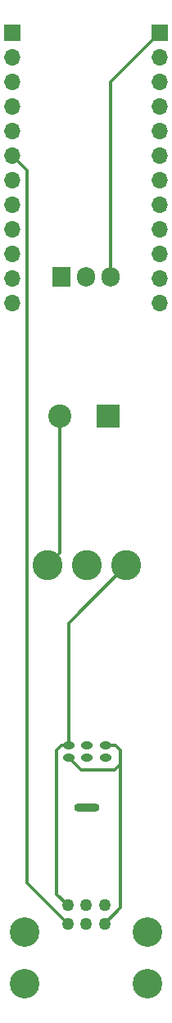
<source format=gbr>
%TF.GenerationSoftware,KiCad,Pcbnew,8.0.3*%
%TF.CreationDate,2024-06-28T16:48:33+02:00*%
%TF.ProjectId,pro micro nintendo adapter,70726f20-6d69-4637-926f-206e696e7465,rev?*%
%TF.SameCoordinates,Original*%
%TF.FileFunction,Copper,L2,Bot*%
%TF.FilePolarity,Positive*%
%FSLAX46Y46*%
G04 Gerber Fmt 4.6, Leading zero omitted, Abs format (unit mm)*
G04 Created by KiCad (PCBNEW 8.0.3) date 2024-06-28 16:48:33*
%MOMM*%
%LPD*%
G01*
G04 APERTURE LIST*
%TA.AperFunction,ComponentPad*%
%ADD10O,2.650000X0.850000*%
%TD*%
%TA.AperFunction,ComponentPad*%
%ADD11O,1.200000X0.800000*%
%TD*%
%TA.AperFunction,ComponentPad*%
%ADD12R,1.700000X1.700000*%
%TD*%
%TA.AperFunction,ComponentPad*%
%ADD13O,1.700000X1.700000*%
%TD*%
%TA.AperFunction,ComponentPad*%
%ADD14C,3.100000*%
%TD*%
%TA.AperFunction,ComponentPad*%
%ADD15R,2.400000X2.400000*%
%TD*%
%TA.AperFunction,ComponentPad*%
%ADD16C,2.400000*%
%TD*%
%TA.AperFunction,ComponentPad*%
%ADD17C,3.048000*%
%TD*%
%TA.AperFunction,ComponentPad*%
%ADD18C,1.270000*%
%TD*%
%TA.AperFunction,ComponentPad*%
%ADD19R,1.905000X2.000000*%
%TD*%
%TA.AperFunction,ComponentPad*%
%ADD20O,1.905000X2.000000*%
%TD*%
%TA.AperFunction,Conductor*%
%ADD21C,0.300000*%
%TD*%
G04 APERTURE END LIST*
D10*
%TO.P,U3,*%
%TO.N,*%
X131662000Y-127797000D03*
D11*
%TO.P,U3,1,5v*%
%TO.N,unconnected-(U3-5v-Pad1)*%
X133572000Y-122682000D03*
%TO.P,U3,2,DATA*%
%TO.N,Net-(U1-7)*%
X131662000Y-122682000D03*
%TO.P,U3,3,GND*%
%TO.N,Net-(3v3_regulator1-GND)*%
X129752000Y-122682000D03*
%TO.P,U3,4,GND*%
X133572000Y-121412000D03*
%TO.P,U3,5,NC*%
%TO.N,unconnected-(U3-NC-Pad5)*%
X131662000Y-121412000D03*
%TO.P,U3,6,3.3v*%
%TO.N,Net-(3v3_regulator1-VO)*%
X129752000Y-121412000D03*
%TD*%
D12*
%TO.P,U1,1,TX*%
%TO.N,unconnected-(U1-TX-Pad1)*%
X123952000Y-47713400D03*
D13*
%TO.P,U1,2,RX*%
%TO.N,unconnected-(U1-RX-Pad2)*%
X123952000Y-50253400D03*
%TO.P,U1,3,GND*%
%TO.N,unconnected-(U1-GND-Pad3)*%
X123952000Y-52793400D03*
%TO.P,U1,4,GND*%
%TO.N,unconnected-(U1-GND-Pad4)*%
X123952000Y-55333400D03*
%TO.P,U1,5,SDA*%
%TO.N,Net-(U1-SDA)*%
X123952000Y-57873400D03*
%TO.P,U1,6,SCL*%
%TO.N,Net-(U1-SCL)*%
X123952000Y-60413400D03*
%TO.P,U1,7,A6*%
%TO.N,unconnected-(U1-A6-Pad7)*%
X123952000Y-62953400D03*
%TO.P,U1,8,5*%
%TO.N,Net-(N64_controller1-DATA)*%
X123952000Y-65493400D03*
%TO.P,U1,9,A7*%
%TO.N,unconnected-(U1-A7-Pad9)*%
X123952000Y-68033400D03*
%TO.P,U1,10,7*%
%TO.N,Net-(U1-7)*%
X123952000Y-70573400D03*
%TO.P,U1,11,A8*%
%TO.N,unconnected-(U1-A8-Pad11)*%
X123952000Y-73113400D03*
%TO.P,U1,12,A9*%
%TO.N,unconnected-(U1-A9-Pad12)*%
X123952000Y-75653400D03*
D12*
%TO.P,U1,13,RAW*%
%TO.N,Net-(3v3_regulator1-VI)*%
X139192000Y-47713400D03*
D13*
%TO.P,U1,14,GND*%
%TO.N,Net-(3v3_regulator1-GND)*%
X139192000Y-50253400D03*
%TO.P,U1,15,RST*%
%TO.N,unconnected-(U1-RST-Pad15)*%
X139192000Y-52793400D03*
%TO.P,U1,16,VCC*%
%TO.N,unconnected-(U1-VCC-Pad16)*%
X139192000Y-55333400D03*
%TO.P,U1,17,A3*%
%TO.N,unconnected-(U1-A3-Pad17)*%
X139192000Y-57873400D03*
%TO.P,U1,18,A2*%
%TO.N,unconnected-(U1-A2-Pad18)*%
X139192000Y-60413400D03*
%TO.P,U1,19,A1*%
%TO.N,unconnected-(U1-A1-Pad19)*%
X139192000Y-62953400D03*
%TO.P,U1,20,A0*%
%TO.N,unconnected-(U1-A0-Pad20)*%
X139192000Y-65493400D03*
%TO.P,U1,21,SCLK*%
%TO.N,unconnected-(U1-SCLK-Pad21)*%
X139192000Y-68033400D03*
%TO.P,U1,22,MISO*%
%TO.N,unconnected-(U1-MISO-Pad22)*%
X139192000Y-70573400D03*
%TO.P,U1,23,MOSI*%
%TO.N,unconnected-(U1-MOSI-Pad23)*%
X139192000Y-73113400D03*
%TO.P,U1,24,A10*%
%TO.N,unconnected-(U1-A10-Pad24)*%
X139192000Y-75653400D03*
%TD*%
D14*
%TO.P,N64_controller1,1,3.3v*%
%TO.N,Net-(3v3_regulator1-VO)*%
X135722000Y-102762750D03*
%TO.P,N64_controller1,2,DATA*%
%TO.N,Net-(N64_controller1-DATA)*%
X131658000Y-102762750D03*
%TO.P,N64_controller1,3,GND*%
%TO.N,Net-(3v3_regulator1-GND)*%
X127594000Y-102762750D03*
%TD*%
D15*
%TO.P,C1,1*%
%TO.N,Net-(3v3_regulator1-VO)*%
X133869729Y-87376000D03*
D16*
%TO.P,C1,2*%
%TO.N,Net-(3v3_regulator1-GND)*%
X128869729Y-87376000D03*
%TD*%
D17*
%TO.P,U2,*%
%TO.N,*%
X137922000Y-146050000D03*
X137922000Y-140716000D03*
X125222000Y-146050000D03*
X125222000Y-140716000D03*
D18*
%TO.P,U2,1,VCC_3.3V*%
%TO.N,Net-(3v3_regulator1-VO)*%
X129667000Y-137922000D03*
%TO.P,U2,2,SCL*%
%TO.N,Net-(U1-SCL)*%
X129667000Y-139827000D03*
%TO.P,U2,3,Detect_device*%
%TO.N,unconnected-(U2-Detect_device-Pad3)*%
X131572000Y-137922000D03*
%TO.P,U2,4,NC*%
%TO.N,unconnected-(U2-NC-Pad4)*%
X131572000Y-139827000D03*
%TO.P,U2,5,SDA*%
%TO.N,Net-(U1-SDA)*%
X133477000Y-137922000D03*
%TO.P,U2,6,GND*%
%TO.N,Net-(3v3_regulator1-GND)*%
X133477000Y-139827000D03*
%TD*%
D19*
%TO.P,3v3_regulator1,1,GND*%
%TO.N,Net-(3v3_regulator1-GND)*%
X129032000Y-72984000D03*
D20*
%TO.P,3v3_regulator1,2,VO*%
%TO.N,Net-(3v3_regulator1-VO)*%
X131572000Y-72984000D03*
%TO.P,3v3_regulator1,3,VI*%
%TO.N,Net-(3v3_regulator1-VI)*%
X134112000Y-72984000D03*
%TD*%
D21*
%TO.N,Net-(3v3_regulator1-VO)*%
X129752000Y-121412000D02*
X129752000Y-108732750D01*
X128524000Y-136779000D02*
X128524000Y-121920000D01*
X128524000Y-121920000D02*
X129032000Y-121412000D01*
X129667000Y-137922000D02*
X128524000Y-136779000D01*
X129752000Y-108732750D02*
X135722000Y-102762750D01*
X129032000Y-121412000D02*
X129752000Y-121412000D01*
%TO.N,Net-(3v3_regulator1-GND)*%
X135128000Y-138176000D02*
X135128000Y-121920000D01*
X134493000Y-123952000D02*
X135128000Y-123317000D01*
X129752000Y-122682000D02*
X131022000Y-123952000D01*
X134620000Y-121412000D02*
X133572000Y-121412000D01*
X128869729Y-87376000D02*
X128869729Y-101487021D01*
X131022000Y-123952000D02*
X134493000Y-123952000D01*
X135128000Y-121920000D02*
X134620000Y-121412000D01*
X128869729Y-101487021D02*
X127594000Y-102762750D01*
X135128000Y-123317000D02*
X135128000Y-121920000D01*
X133477000Y-139827000D02*
X135128000Y-138176000D01*
%TO.N,Net-(3v3_regulator1-VI)*%
X134112000Y-52793400D02*
X134112000Y-72984000D01*
X139192000Y-47713400D02*
X134112000Y-52793400D01*
%TO.N,Net-(U1-SCL)*%
X123952000Y-60413400D02*
X125476000Y-61937400D01*
X125476000Y-61937400D02*
X125476000Y-135636000D01*
X125476000Y-135636000D02*
X129667000Y-139827000D01*
%TD*%
M02*

</source>
